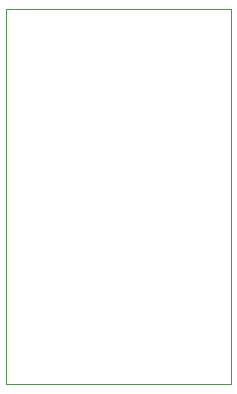
<source format=gbr>
%TF.GenerationSoftware,KiCad,Pcbnew,9.0.2-9.0.2-0~ubuntu24.04.1*%
%TF.CreationDate,2025-06-25T14:04:04-04:00*%
%TF.ProjectId,tiny-avr,74696e79-2d61-4767-922e-6b696361645f,rev?*%
%TF.SameCoordinates,Original*%
%TF.FileFunction,Profile,NP*%
%FSLAX46Y46*%
G04 Gerber Fmt 4.6, Leading zero omitted, Abs format (unit mm)*
G04 Created by KiCad (PCBNEW 9.0.2-9.0.2-0~ubuntu24.04.1) date 2025-06-25 14:04:04*
%MOMM*%
%LPD*%
G01*
G04 APERTURE LIST*
%TA.AperFunction,Profile*%
%ADD10C,0.050000*%
%TD*%
G04 APERTURE END LIST*
D10*
X69215000Y-35560000D02*
X88265000Y-35560000D01*
X88265000Y-67310000D01*
X69215000Y-67310000D01*
X69215000Y-35560000D01*
M02*

</source>
